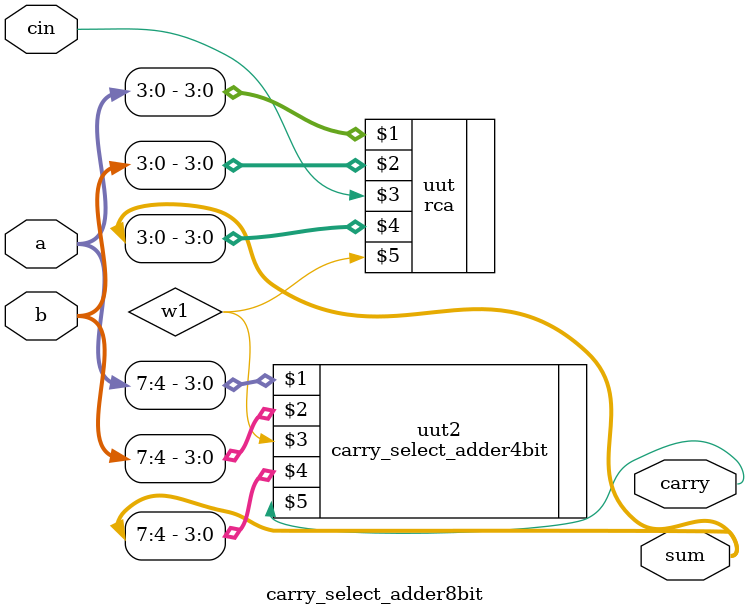
<source format=v>
module carry_select_adder8bit (a,b,cin,sum,carry);
input [7:0]a,b;
input cin;
output [7:0]sum;
output carry;
wire w1;
rca uut(a[3:0],b[3:0],cin,sum[3:0],w1);
carry_select_adder4bit uut2(a[7:4],b[7:4],w1,sum[7:4],carry);
endmodule
</source>
